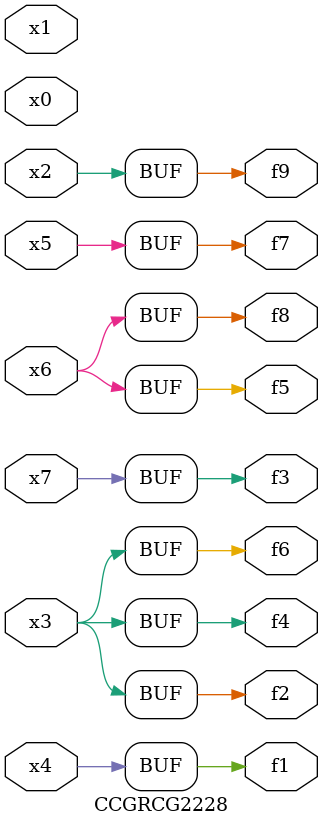
<source format=v>
module CCGRCG2228(
	input x0, x1, x2, x3, x4, x5, x6, x7,
	output f1, f2, f3, f4, f5, f6, f7, f8, f9
);
	assign f1 = x4;
	assign f2 = x3;
	assign f3 = x7;
	assign f4 = x3;
	assign f5 = x6;
	assign f6 = x3;
	assign f7 = x5;
	assign f8 = x6;
	assign f9 = x2;
endmodule

</source>
